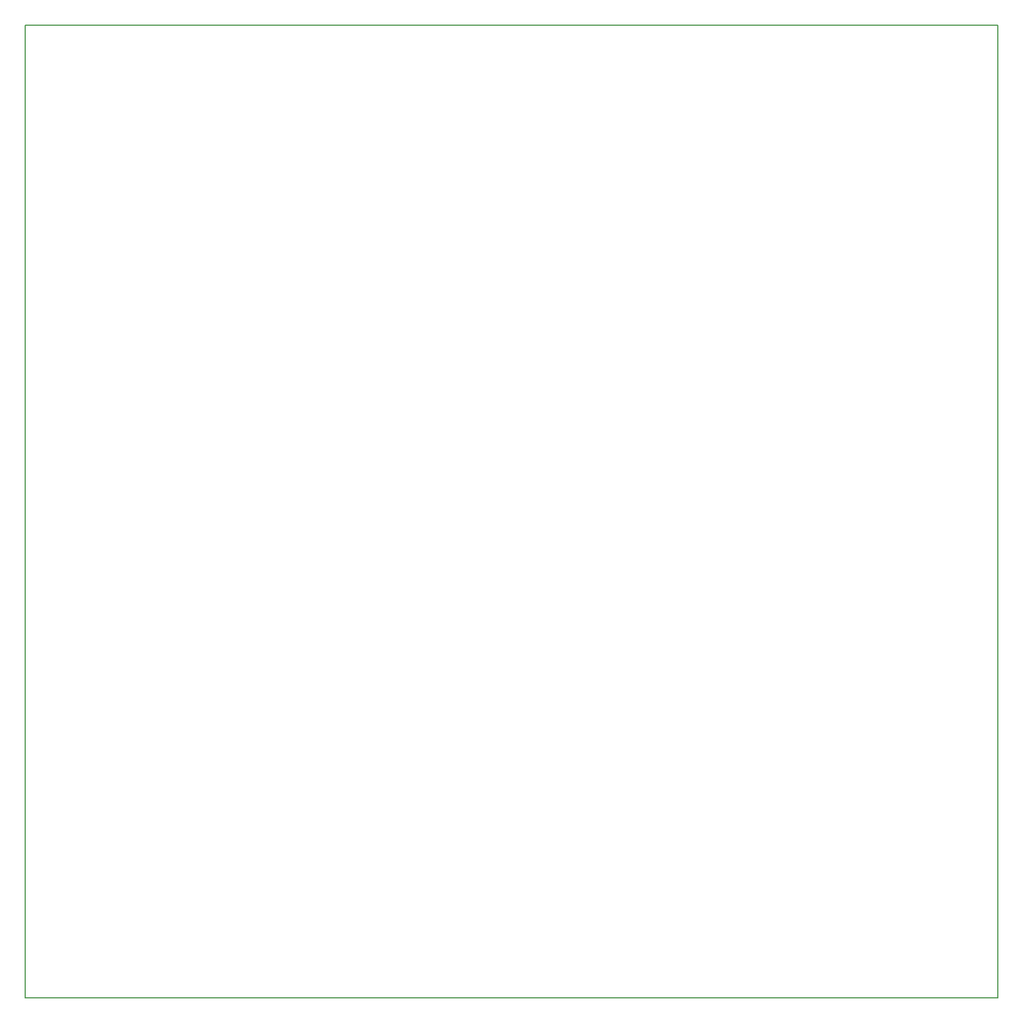
<source format=gm1>
G04 #@! TF.GenerationSoftware,KiCad,Pcbnew,7.0.10*
G04 #@! TF.CreationDate,2024-03-01T12:45:03+01:00*
G04 #@! TF.ProjectId,zapdos,7a617064-6f73-42e6-9b69-6361645f7063,rev?*
G04 #@! TF.SameCoordinates,Original*
G04 #@! TF.FileFunction,Profile,NP*
%FSLAX46Y46*%
G04 Gerber Fmt 4.6, Leading zero omitted, Abs format (unit mm)*
G04 Created by KiCad (PCBNEW 7.0.10) date 2024-03-01 12:45:03*
%MOMM*%
%LPD*%
G01*
G04 APERTURE LIST*
G04 #@! TA.AperFunction,Profile*
%ADD10C,0.200000*%
G04 #@! TD*
G04 APERTURE END LIST*
D10*
X180975000Y-22225000D02*
X30480000Y-22225000D01*
X30480000Y-172720000D02*
X180975000Y-172720000D01*
X180975000Y-172720000D02*
X180975000Y-22225000D01*
X30480000Y-22225000D02*
X30480000Y-172720000D01*
M02*

</source>
